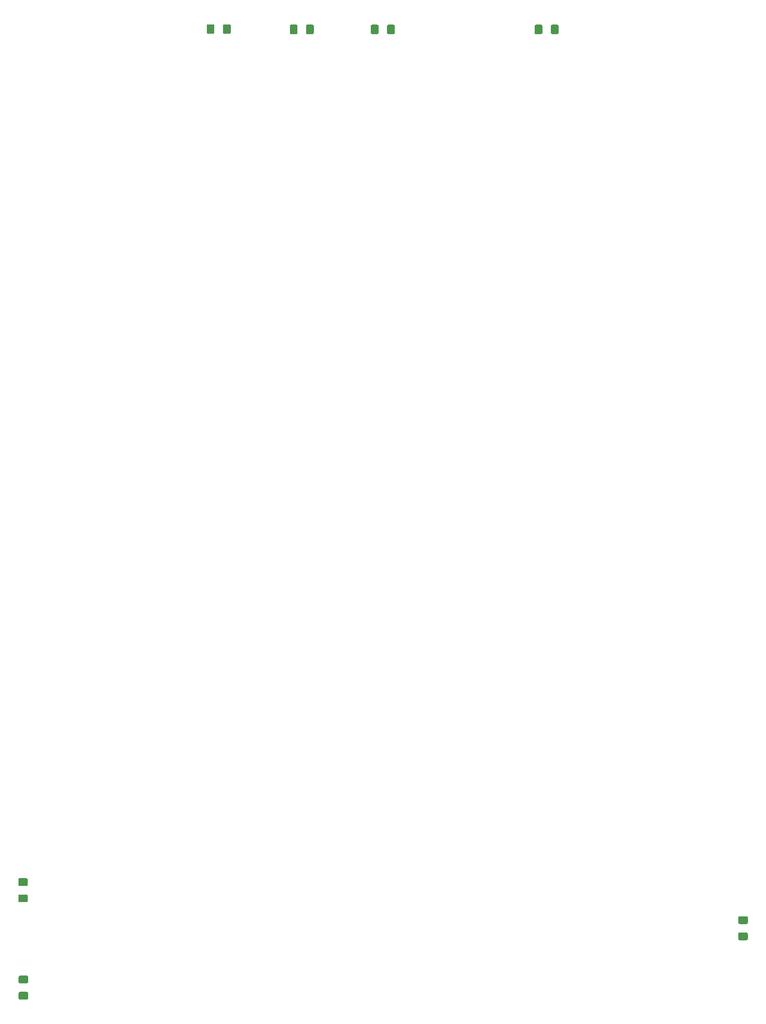
<source format=gbr>
%TF.GenerationSoftware,KiCad,Pcbnew,(5.1.9)-1*%
%TF.CreationDate,2021-06-15T23:19:55+02:00*%
%TF.ProjectId,opena3xx-mcdu,6f70656e-6133-4787-982d-6d6364752e6b,0.1*%
%TF.SameCoordinates,Original*%
%TF.FileFunction,Paste,Top*%
%TF.FilePolarity,Positive*%
%FSLAX46Y46*%
G04 Gerber Fmt 4.6, Leading zero omitted, Abs format (unit mm)*
G04 Created by KiCad (PCBNEW (5.1.9)-1) date 2021-06-15 23:19:55*
%MOMM*%
%LPD*%
G01*
G04 APERTURE LIST*
G04 APERTURE END LIST*
%TO.C,D11*%
G36*
G01*
X176684600Y-204470000D02*
X175434600Y-204470000D01*
G75*
G02*
X175184600Y-204220000I0J250000D01*
G01*
X175184600Y-203295000D01*
G75*
G02*
X175434600Y-203045000I250000J0D01*
G01*
X176684600Y-203045000D01*
G75*
G02*
X176934600Y-203295000I0J-250000D01*
G01*
X176934600Y-204220000D01*
G75*
G02*
X176684600Y-204470000I-250000J0D01*
G01*
G37*
G36*
G01*
X176684600Y-207445000D02*
X175434600Y-207445000D01*
G75*
G02*
X175184600Y-207195000I0J250000D01*
G01*
X175184600Y-206270000D01*
G75*
G02*
X175434600Y-206020000I250000J0D01*
G01*
X176684600Y-206020000D01*
G75*
G02*
X176934600Y-206270000I0J-250000D01*
G01*
X176934600Y-207195000D01*
G75*
G02*
X176684600Y-207445000I-250000J0D01*
G01*
G37*
%TD*%
%TO.C,D10*%
G36*
G01*
X308650800Y-193585800D02*
X307400800Y-193585800D01*
G75*
G02*
X307150800Y-193335800I0J250000D01*
G01*
X307150800Y-192410800D01*
G75*
G02*
X307400800Y-192160800I250000J0D01*
G01*
X308650800Y-192160800D01*
G75*
G02*
X308900800Y-192410800I0J-250000D01*
G01*
X308900800Y-193335800D01*
G75*
G02*
X308650800Y-193585800I-250000J0D01*
G01*
G37*
G36*
G01*
X308650800Y-196560800D02*
X307400800Y-196560800D01*
G75*
G02*
X307150800Y-196310800I0J250000D01*
G01*
X307150800Y-195385800D01*
G75*
G02*
X307400800Y-195135800I250000J0D01*
G01*
X308650800Y-195135800D01*
G75*
G02*
X308900800Y-195385800I0J-250000D01*
G01*
X308900800Y-196310800D01*
G75*
G02*
X308650800Y-196560800I-250000J0D01*
G01*
G37*
%TD*%
%TO.C,D9*%
G36*
G01*
X176621600Y-186626200D02*
X175371600Y-186626200D01*
G75*
G02*
X175121600Y-186376200I0J250000D01*
G01*
X175121600Y-185451200D01*
G75*
G02*
X175371600Y-185201200I250000J0D01*
G01*
X176621600Y-185201200D01*
G75*
G02*
X176871600Y-185451200I0J-250000D01*
G01*
X176871600Y-186376200D01*
G75*
G02*
X176621600Y-186626200I-250000J0D01*
G01*
G37*
G36*
G01*
X176621600Y-189601200D02*
X175371600Y-189601200D01*
G75*
G02*
X175121600Y-189351200I0J250000D01*
G01*
X175121600Y-188426200D01*
G75*
G02*
X175371600Y-188176200I250000J0D01*
G01*
X176621600Y-188176200D01*
G75*
G02*
X176871600Y-188426200I0J-250000D01*
G01*
X176871600Y-189351200D01*
G75*
G02*
X176621600Y-189601200I-250000J0D01*
G01*
G37*
%TD*%
%TO.C,D8*%
G36*
G01*
X242748600Y-30228700D02*
X242748600Y-28978700D01*
G75*
G02*
X242998600Y-28728700I250000J0D01*
G01*
X243923600Y-28728700D01*
G75*
G02*
X244173600Y-28978700I0J-250000D01*
G01*
X244173600Y-30228700D01*
G75*
G02*
X243923600Y-30478700I-250000J0D01*
G01*
X242998600Y-30478700D01*
G75*
G02*
X242748600Y-30228700I0J250000D01*
G01*
G37*
G36*
G01*
X239773600Y-30228700D02*
X239773600Y-28978700D01*
G75*
G02*
X240023600Y-28728700I250000J0D01*
G01*
X240948600Y-28728700D01*
G75*
G02*
X241198600Y-28978700I0J-250000D01*
G01*
X241198600Y-30228700D01*
G75*
G02*
X240948600Y-30478700I-250000J0D01*
G01*
X240023600Y-30478700D01*
G75*
G02*
X239773600Y-30228700I0J250000D01*
G01*
G37*
%TD*%
%TO.C,D7*%
G36*
G01*
X227888600Y-30228700D02*
X227888600Y-28978700D01*
G75*
G02*
X228138600Y-28728700I250000J0D01*
G01*
X229063600Y-28728700D01*
G75*
G02*
X229313600Y-28978700I0J-250000D01*
G01*
X229313600Y-30228700D01*
G75*
G02*
X229063600Y-30478700I-250000J0D01*
G01*
X228138600Y-30478700D01*
G75*
G02*
X227888600Y-30228700I0J250000D01*
G01*
G37*
G36*
G01*
X224913600Y-30228700D02*
X224913600Y-28978700D01*
G75*
G02*
X225163600Y-28728700I250000J0D01*
G01*
X226088600Y-28728700D01*
G75*
G02*
X226338600Y-28978700I0J-250000D01*
G01*
X226338600Y-30228700D01*
G75*
G02*
X226088600Y-30478700I-250000J0D01*
G01*
X225163600Y-30478700D01*
G75*
G02*
X224913600Y-30228700I0J250000D01*
G01*
G37*
%TD*%
%TO.C,D6*%
G36*
G01*
X272783600Y-30228700D02*
X272783600Y-28978700D01*
G75*
G02*
X273033600Y-28728700I250000J0D01*
G01*
X273958600Y-28728700D01*
G75*
G02*
X274208600Y-28978700I0J-250000D01*
G01*
X274208600Y-30228700D01*
G75*
G02*
X273958600Y-30478700I-250000J0D01*
G01*
X273033600Y-30478700D01*
G75*
G02*
X272783600Y-30228700I0J250000D01*
G01*
G37*
G36*
G01*
X269808600Y-30228700D02*
X269808600Y-28978700D01*
G75*
G02*
X270058600Y-28728700I250000J0D01*
G01*
X270983600Y-28728700D01*
G75*
G02*
X271233600Y-28978700I0J-250000D01*
G01*
X271233600Y-30228700D01*
G75*
G02*
X270983600Y-30478700I-250000J0D01*
G01*
X270058600Y-30478700D01*
G75*
G02*
X269808600Y-30228700I0J250000D01*
G01*
G37*
%TD*%
%TO.C,D5*%
G36*
G01*
X212648600Y-30165200D02*
X212648600Y-28915200D01*
G75*
G02*
X212898600Y-28665200I250000J0D01*
G01*
X213823600Y-28665200D01*
G75*
G02*
X214073600Y-28915200I0J-250000D01*
G01*
X214073600Y-30165200D01*
G75*
G02*
X213823600Y-30415200I-250000J0D01*
G01*
X212898600Y-30415200D01*
G75*
G02*
X212648600Y-30165200I0J250000D01*
G01*
G37*
G36*
G01*
X209673600Y-30165200D02*
X209673600Y-28915200D01*
G75*
G02*
X209923600Y-28665200I250000J0D01*
G01*
X210848600Y-28665200D01*
G75*
G02*
X211098600Y-28915200I0J-250000D01*
G01*
X211098600Y-30165200D01*
G75*
G02*
X210848600Y-30415200I-250000J0D01*
G01*
X209923600Y-30415200D01*
G75*
G02*
X209673600Y-30165200I0J250000D01*
G01*
G37*
%TD*%
M02*

</source>
